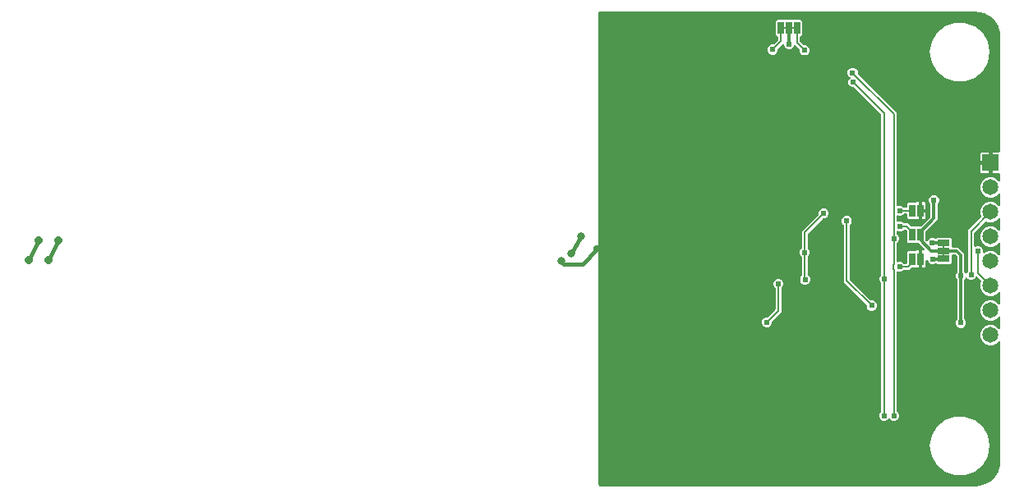
<source format=gbr>
G04 EAGLE Gerber RS-274X export*
G75*
%MOMM*%
%FSLAX34Y34*%
%LPD*%
%INBottom Copper*%
%IPPOS*%
%AMOC8*
5,1,8,0,0,1.08239X$1,22.5*%
G01*
%ADD10R,0.635000X1.270000*%
%ADD11C,0.203200*%
%ADD12R,1.270000X0.635000*%
%ADD13R,1.651000X1.651000*%
%ADD14C,1.651000*%
%ADD15C,0.804800*%
%ADD16C,0.704800*%
%ADD17C,0.609600*%
%ADD18C,0.406400*%
%ADD19P,0.871107X8X22.500000*%
%ADD20C,0.304800*%

G36*
X1079637Y5213D02*
X1079637Y5213D01*
X1079666Y5210D01*
X1082770Y5413D01*
X1082890Y5438D01*
X1082966Y5446D01*
X1088962Y7052D01*
X1089154Y7134D01*
X1089207Y7154D01*
X1094582Y10257D01*
X1094747Y10386D01*
X1094792Y10419D01*
X1099181Y14808D01*
X1099307Y14974D01*
X1099343Y15018D01*
X1102446Y20393D01*
X1102461Y20429D01*
X1102483Y20462D01*
X1102514Y20561D01*
X1102524Y20586D01*
X1102548Y20638D01*
X1104154Y26634D01*
X1104169Y26756D01*
X1104187Y26830D01*
X1104390Y29934D01*
X1104387Y29970D01*
X1104392Y30000D01*
X1104392Y153867D01*
X1104388Y153896D01*
X1104391Y153925D01*
X1104368Y154036D01*
X1104352Y154148D01*
X1104340Y154175D01*
X1104335Y154204D01*
X1104282Y154304D01*
X1104236Y154408D01*
X1104217Y154430D01*
X1104204Y154456D01*
X1104126Y154538D01*
X1104053Y154625D01*
X1104028Y154641D01*
X1104008Y154662D01*
X1103910Y154719D01*
X1103816Y154782D01*
X1103788Y154791D01*
X1103763Y154806D01*
X1103653Y154834D01*
X1103545Y154868D01*
X1103515Y154869D01*
X1103487Y154876D01*
X1103374Y154872D01*
X1103261Y154875D01*
X1103232Y154868D01*
X1103203Y154867D01*
X1103095Y154832D01*
X1102986Y154803D01*
X1102960Y154789D01*
X1102932Y154779D01*
X1102869Y154734D01*
X1102741Y154658D01*
X1102698Y154613D01*
X1102659Y154585D01*
X1100438Y152363D01*
X1096650Y150794D01*
X1092550Y150794D01*
X1088762Y152363D01*
X1085863Y155262D01*
X1084294Y159050D01*
X1084294Y163150D01*
X1085863Y166938D01*
X1088762Y169837D01*
X1092550Y171406D01*
X1096650Y171406D01*
X1100438Y169837D01*
X1102659Y167615D01*
X1102683Y167598D01*
X1102702Y167575D01*
X1102796Y167513D01*
X1102886Y167444D01*
X1102914Y167434D01*
X1102938Y167418D01*
X1103046Y167384D01*
X1103152Y167343D01*
X1103181Y167341D01*
X1103209Y167332D01*
X1103323Y167329D01*
X1103435Y167320D01*
X1103464Y167325D01*
X1103493Y167325D01*
X1103603Y167353D01*
X1103714Y167376D01*
X1103740Y167389D01*
X1103768Y167397D01*
X1103866Y167454D01*
X1103966Y167507D01*
X1103988Y167527D01*
X1104013Y167542D01*
X1104090Y167624D01*
X1104172Y167702D01*
X1104187Y167728D01*
X1104207Y167749D01*
X1104259Y167850D01*
X1104316Y167948D01*
X1104323Y167976D01*
X1104337Y168002D01*
X1104350Y168080D01*
X1104386Y168223D01*
X1104384Y168286D01*
X1104392Y168333D01*
X1104392Y179267D01*
X1104388Y179296D01*
X1104391Y179325D01*
X1104368Y179436D01*
X1104352Y179548D01*
X1104340Y179575D01*
X1104335Y179604D01*
X1104282Y179704D01*
X1104236Y179808D01*
X1104217Y179830D01*
X1104204Y179856D01*
X1104126Y179938D01*
X1104053Y180025D01*
X1104028Y180041D01*
X1104008Y180062D01*
X1103910Y180119D01*
X1103816Y180182D01*
X1103788Y180191D01*
X1103763Y180206D01*
X1103653Y180234D01*
X1103545Y180268D01*
X1103515Y180269D01*
X1103487Y180276D01*
X1103374Y180272D01*
X1103261Y180275D01*
X1103232Y180268D01*
X1103203Y180267D01*
X1103095Y180232D01*
X1102986Y180203D01*
X1102960Y180189D01*
X1102932Y180179D01*
X1102869Y180134D01*
X1102741Y180058D01*
X1102698Y180013D01*
X1102659Y179985D01*
X1100438Y177763D01*
X1096650Y176194D01*
X1092550Y176194D01*
X1088762Y177763D01*
X1085863Y180662D01*
X1084294Y184450D01*
X1084294Y188550D01*
X1085863Y192338D01*
X1088762Y195237D01*
X1092550Y196806D01*
X1096650Y196806D01*
X1100438Y195237D01*
X1102659Y193015D01*
X1102683Y192998D01*
X1102702Y192975D01*
X1102796Y192913D01*
X1102886Y192844D01*
X1102914Y192834D01*
X1102938Y192818D01*
X1103046Y192784D01*
X1103152Y192743D01*
X1103181Y192741D01*
X1103209Y192732D01*
X1103323Y192729D01*
X1103435Y192720D01*
X1103464Y192725D01*
X1103493Y192725D01*
X1103603Y192753D01*
X1103714Y192776D01*
X1103740Y192789D01*
X1103768Y192797D01*
X1103866Y192854D01*
X1103966Y192907D01*
X1103988Y192927D01*
X1104013Y192942D01*
X1104090Y193024D01*
X1104172Y193102D01*
X1104187Y193128D01*
X1104207Y193149D01*
X1104259Y193250D01*
X1104316Y193348D01*
X1104323Y193376D01*
X1104337Y193402D01*
X1104350Y193480D01*
X1104386Y193623D01*
X1104384Y193686D01*
X1104392Y193733D01*
X1104392Y204667D01*
X1104388Y204696D01*
X1104391Y204725D01*
X1104368Y204836D01*
X1104352Y204948D01*
X1104340Y204975D01*
X1104335Y205004D01*
X1104282Y205104D01*
X1104236Y205208D01*
X1104217Y205230D01*
X1104204Y205256D01*
X1104126Y205338D01*
X1104053Y205425D01*
X1104028Y205441D01*
X1104008Y205462D01*
X1103910Y205519D01*
X1103816Y205582D01*
X1103788Y205591D01*
X1103763Y205606D01*
X1103653Y205634D01*
X1103545Y205668D01*
X1103515Y205669D01*
X1103487Y205676D01*
X1103374Y205672D01*
X1103261Y205675D01*
X1103232Y205668D01*
X1103203Y205667D01*
X1103095Y205632D01*
X1102986Y205603D01*
X1102960Y205589D01*
X1102932Y205579D01*
X1102869Y205534D01*
X1102741Y205458D01*
X1102698Y205413D01*
X1102659Y205385D01*
X1100438Y203163D01*
X1096650Y201594D01*
X1092550Y201594D01*
X1088762Y203163D01*
X1085863Y206062D01*
X1084294Y209850D01*
X1084294Y213950D01*
X1085182Y216094D01*
X1085183Y216096D01*
X1085184Y216097D01*
X1085218Y216231D01*
X1085253Y216370D01*
X1085253Y216371D01*
X1085254Y216373D01*
X1085249Y216513D01*
X1085245Y216654D01*
X1085245Y216655D01*
X1085245Y216657D01*
X1085202Y216790D01*
X1085159Y216924D01*
X1085158Y216926D01*
X1085157Y216927D01*
X1085149Y216939D01*
X1085000Y217161D01*
X1084977Y217180D01*
X1084962Y217201D01*
X1080962Y221201D01*
X1080878Y221264D01*
X1080871Y221271D01*
X1080866Y221273D01*
X1080782Y221344D01*
X1080757Y221355D01*
X1080735Y221372D01*
X1080628Y221413D01*
X1080523Y221459D01*
X1080495Y221463D01*
X1080469Y221473D01*
X1080355Y221483D01*
X1080241Y221498D01*
X1080214Y221494D01*
X1080186Y221497D01*
X1080073Y221474D01*
X1079960Y221458D01*
X1079934Y221446D01*
X1079907Y221441D01*
X1079805Y221388D01*
X1079701Y221340D01*
X1079679Y221322D01*
X1079655Y221310D01*
X1079572Y221231D01*
X1079484Y221156D01*
X1079471Y221135D01*
X1079449Y221114D01*
X1079314Y220884D01*
X1079313Y220883D01*
X1079311Y220880D01*
X1079311Y220879D01*
X1079306Y220872D01*
X1078997Y220124D01*
X1077562Y218690D01*
X1075688Y217913D01*
X1073660Y217913D01*
X1071786Y218689D01*
X1070293Y220182D01*
X1070210Y220245D01*
X1070198Y220256D01*
X1070192Y220259D01*
X1070113Y220325D01*
X1070088Y220337D01*
X1070066Y220353D01*
X1069958Y220394D01*
X1069854Y220441D01*
X1069826Y220445D01*
X1069800Y220454D01*
X1069686Y220464D01*
X1069572Y220480D01*
X1069544Y220476D01*
X1069517Y220478D01*
X1069404Y220455D01*
X1069291Y220439D01*
X1069265Y220428D01*
X1069238Y220422D01*
X1069136Y220369D01*
X1069032Y220322D01*
X1069010Y220304D01*
X1068986Y220291D01*
X1068902Y220212D01*
X1068815Y220138D01*
X1068802Y220116D01*
X1068780Y220095D01*
X1068651Y219875D01*
X1068643Y219864D01*
X1068643Y219862D01*
X1068637Y219853D01*
X1068328Y219108D01*
X1067878Y218657D01*
X1067826Y218588D01*
X1067766Y218524D01*
X1067740Y218474D01*
X1067707Y218430D01*
X1067676Y218348D01*
X1067636Y218271D01*
X1067628Y218223D01*
X1067606Y218165D01*
X1067594Y218017D01*
X1067581Y217939D01*
X1067581Y177793D01*
X1067589Y177736D01*
X1067587Y177684D01*
X1067595Y177657D01*
X1067596Y177618D01*
X1067613Y177566D01*
X1067621Y177511D01*
X1067649Y177447D01*
X1067659Y177409D01*
X1067669Y177393D01*
X1067683Y177348D01*
X1067711Y177309D01*
X1067737Y177252D01*
X1067790Y177189D01*
X1067804Y177164D01*
X1067834Y177137D01*
X1067878Y177075D01*
X1068328Y176624D01*
X1069105Y174750D01*
X1069105Y172722D01*
X1068328Y170848D01*
X1066894Y169414D01*
X1065020Y168637D01*
X1062992Y168637D01*
X1061118Y169414D01*
X1059684Y170848D01*
X1058907Y172722D01*
X1058907Y174750D01*
X1059684Y176624D01*
X1060134Y177075D01*
X1060167Y177119D01*
X1060174Y177125D01*
X1060189Y177147D01*
X1060246Y177208D01*
X1060272Y177258D01*
X1060305Y177302D01*
X1060322Y177347D01*
X1060332Y177361D01*
X1060343Y177397D01*
X1060376Y177461D01*
X1060384Y177509D01*
X1060406Y177567D01*
X1060409Y177607D01*
X1060417Y177632D01*
X1060420Y177723D01*
X1060431Y177793D01*
X1060431Y217939D01*
X1060419Y218026D01*
X1060416Y218114D01*
X1060399Y218166D01*
X1060391Y218221D01*
X1060356Y218301D01*
X1060329Y218384D01*
X1060301Y218423D01*
X1060275Y218480D01*
X1060179Y218594D01*
X1060134Y218657D01*
X1059684Y219108D01*
X1058907Y220982D01*
X1058907Y223010D01*
X1059684Y224884D01*
X1060134Y225335D01*
X1060186Y225404D01*
X1060246Y225468D01*
X1060272Y225518D01*
X1060305Y225562D01*
X1060336Y225644D01*
X1060376Y225721D01*
X1060384Y225769D01*
X1060406Y225827D01*
X1060418Y225975D01*
X1060431Y226053D01*
X1060431Y241939D01*
X1060419Y242025D01*
X1060416Y242113D01*
X1060399Y242165D01*
X1060391Y242220D01*
X1060356Y242300D01*
X1060329Y242383D01*
X1060301Y242423D01*
X1060275Y242480D01*
X1060179Y242593D01*
X1060134Y242657D01*
X1058759Y244032D01*
X1058689Y244084D01*
X1058625Y244144D01*
X1058576Y244170D01*
X1058531Y244203D01*
X1058450Y244234D01*
X1058372Y244274D01*
X1058324Y244282D01*
X1058266Y244304D01*
X1058118Y244316D01*
X1058041Y244329D01*
X1055896Y244329D01*
X1055838Y244321D01*
X1055780Y244323D01*
X1055698Y244301D01*
X1055614Y244289D01*
X1055561Y244266D01*
X1055505Y244251D01*
X1055432Y244208D01*
X1055355Y244173D01*
X1055310Y244135D01*
X1055260Y244106D01*
X1055202Y244044D01*
X1055138Y243990D01*
X1055106Y243941D01*
X1055066Y243898D01*
X1055027Y243823D01*
X1054980Y243753D01*
X1054963Y243697D01*
X1054936Y243645D01*
X1054925Y243577D01*
X1054895Y243482D01*
X1054892Y243382D01*
X1054881Y243314D01*
X1054881Y235752D01*
X1053679Y234550D01*
X1039281Y234550D01*
X1039003Y234828D01*
X1038956Y234864D01*
X1038915Y234906D01*
X1038843Y234949D01*
X1038775Y234999D01*
X1038721Y235020D01*
X1038670Y235050D01*
X1038588Y235070D01*
X1038510Y235100D01*
X1038451Y235105D01*
X1038394Y235120D01*
X1038310Y235117D01*
X1038227Y235124D01*
X1038169Y235112D01*
X1038110Y235110D01*
X1038030Y235084D01*
X1037948Y235068D01*
X1037896Y235041D01*
X1037840Y235023D01*
X1037797Y234992D01*
X1035810Y234169D01*
X1033782Y234169D01*
X1031908Y234946D01*
X1030473Y236380D01*
X1029765Y238090D01*
X1029765Y238091D01*
X1029743Y238127D01*
X1029721Y238164D01*
X1029686Y238243D01*
X1029649Y238286D01*
X1029620Y238335D01*
X1029558Y238394D01*
X1029502Y238460D01*
X1029455Y238491D01*
X1029414Y238530D01*
X1029337Y238570D01*
X1029266Y238617D01*
X1029212Y238635D01*
X1029161Y238661D01*
X1029077Y238677D01*
X1028995Y238703D01*
X1028938Y238705D01*
X1028882Y238716D01*
X1028844Y238712D01*
X1028828Y238715D01*
X1028827Y238715D01*
X1028781Y238709D01*
X1028711Y238711D01*
X1028655Y238696D01*
X1028599Y238691D01*
X1028565Y238678D01*
X1028545Y238675D01*
X1028503Y238656D01*
X1028436Y238639D01*
X1028387Y238610D01*
X1028334Y238589D01*
X1028305Y238568D01*
X1028286Y238559D01*
X1028249Y238528D01*
X1028191Y238493D01*
X1028152Y238452D01*
X1028107Y238418D01*
X1028086Y238390D01*
X1028069Y238375D01*
X1028041Y238334D01*
X1027997Y238286D01*
X1027971Y238235D01*
X1027937Y238190D01*
X1027925Y238159D01*
X1027911Y238139D01*
X1027896Y238088D01*
X1027867Y238033D01*
X1027859Y237984D01*
X1027836Y237924D01*
X1027834Y237893D01*
X1027826Y237868D01*
X1027823Y237771D01*
X1027812Y237702D01*
X1027812Y232838D01*
X1027639Y232191D01*
X1027304Y231612D01*
X1026831Y231139D01*
X1026252Y230804D01*
X1025605Y230631D01*
X1023683Y230631D01*
X1023683Y238950D01*
X1023675Y239008D01*
X1023676Y239067D01*
X1023655Y239148D01*
X1023643Y239232D01*
X1023619Y239285D01*
X1023604Y239342D01*
X1023561Y239414D01*
X1023527Y239491D01*
X1023503Y239519D01*
X1023536Y239585D01*
X1023583Y239655D01*
X1023601Y239711D01*
X1023627Y239763D01*
X1023639Y239831D01*
X1023669Y239926D01*
X1023671Y240026D01*
X1023683Y240094D01*
X1023683Y248413D01*
X1025511Y248413D01*
X1025540Y248417D01*
X1025569Y248414D01*
X1025680Y248437D01*
X1025792Y248453D01*
X1025819Y248465D01*
X1025848Y248470D01*
X1025948Y248522D01*
X1026052Y248569D01*
X1026074Y248588D01*
X1026100Y248601D01*
X1026182Y248679D01*
X1026269Y248752D01*
X1026285Y248777D01*
X1026306Y248797D01*
X1026363Y248895D01*
X1026426Y248989D01*
X1026435Y249017D01*
X1026450Y249042D01*
X1026478Y249152D01*
X1026512Y249260D01*
X1026513Y249290D01*
X1026520Y249318D01*
X1026516Y249431D01*
X1026519Y249544D01*
X1026512Y249573D01*
X1026511Y249602D01*
X1026476Y249710D01*
X1026448Y249819D01*
X1026433Y249845D01*
X1026424Y249873D01*
X1026378Y249936D01*
X1026302Y250064D01*
X1026257Y250107D01*
X1026229Y250146D01*
X1020405Y255970D01*
X1020335Y256022D01*
X1020271Y256082D01*
X1020222Y256108D01*
X1020177Y256141D01*
X1020096Y256172D01*
X1020018Y256212D01*
X1019970Y256220D01*
X1019912Y256242D01*
X1019764Y256254D01*
X1019687Y256267D01*
X1009944Y256267D01*
X1008742Y257469D01*
X1008742Y267930D01*
X1008730Y268017D01*
X1008727Y268104D01*
X1008710Y268157D01*
X1008702Y268212D01*
X1008667Y268291D01*
X1008640Y268375D01*
X1008612Y268414D01*
X1008586Y268471D01*
X1008490Y268584D01*
X1008445Y268648D01*
X1007153Y269940D01*
X1007083Y269992D01*
X1007019Y270052D01*
X1006970Y270078D01*
X1006926Y270111D01*
X1006844Y270142D01*
X1006766Y270182D01*
X1006719Y270190D01*
X1006660Y270212D01*
X1006513Y270224D01*
X1006435Y270237D01*
X1005833Y270237D01*
X1005746Y270225D01*
X1005658Y270222D01*
X1005606Y270205D01*
X1005551Y270197D01*
X1005471Y270162D01*
X1005388Y270135D01*
X1005349Y270107D01*
X1005292Y270081D01*
X1005178Y269985D01*
X1005115Y269940D01*
X1004156Y268982D01*
X1002282Y268205D01*
X1000254Y268205D01*
X999389Y268564D01*
X999277Y268592D01*
X999168Y268627D01*
X999140Y268628D01*
X999113Y268635D01*
X998999Y268631D01*
X998884Y268634D01*
X998857Y268627D01*
X998829Y268626D01*
X998720Y268592D01*
X998609Y268562D01*
X998585Y268548D01*
X998558Y268540D01*
X998463Y268476D01*
X998364Y268417D01*
X998345Y268397D01*
X998322Y268382D01*
X998248Y268294D01*
X998170Y268210D01*
X998157Y268185D01*
X998139Y268164D01*
X998092Y268059D01*
X998040Y267957D01*
X998036Y267932D01*
X998024Y267904D01*
X997987Y267640D01*
X997985Y267626D01*
X997985Y265169D01*
X997997Y265082D01*
X998000Y264994D01*
X998017Y264942D01*
X998025Y264887D01*
X998060Y264807D01*
X998087Y264724D01*
X998115Y264685D01*
X998141Y264628D01*
X998237Y264514D01*
X998282Y264451D01*
X999240Y263492D01*
X1000017Y261618D01*
X1000017Y259590D01*
X999240Y257716D01*
X998282Y256757D01*
X998230Y256688D01*
X998170Y256624D01*
X998144Y256574D01*
X998111Y256530D01*
X998080Y256448D01*
X998040Y256371D01*
X998032Y256323D01*
X998010Y256265D01*
X998000Y256147D01*
X997999Y256142D01*
X997998Y256123D01*
X997998Y256117D01*
X997985Y256039D01*
X997985Y237357D01*
X998001Y237243D01*
X998011Y237129D01*
X998021Y237103D01*
X998025Y237076D01*
X998071Y236971D01*
X998113Y236864D01*
X998130Y236841D01*
X998141Y236816D01*
X998215Y236728D01*
X998284Y236637D01*
X998307Y236620D01*
X998324Y236599D01*
X998420Y236535D01*
X998512Y236467D01*
X998538Y236457D01*
X998561Y236442D01*
X998671Y236407D01*
X998778Y236366D01*
X998806Y236364D01*
X998832Y236356D01*
X998947Y236353D01*
X999061Y236344D01*
X999086Y236349D01*
X999116Y236349D01*
X999374Y236416D01*
X999389Y236419D01*
X999873Y236620D01*
X1001901Y236620D01*
X1003775Y235844D01*
X1004734Y234885D01*
X1004803Y234833D01*
X1004867Y234773D01*
X1004917Y234747D01*
X1004961Y234714D01*
X1005043Y234683D01*
X1005120Y234643D01*
X1005168Y234635D01*
X1005226Y234613D01*
X1005374Y234601D01*
X1005451Y234588D01*
X1007578Y234588D01*
X1007665Y234600D01*
X1007752Y234603D01*
X1007805Y234620D01*
X1007860Y234628D01*
X1007939Y234663D01*
X1008023Y234690D01*
X1008062Y234718D01*
X1008119Y234744D01*
X1008232Y234839D01*
X1008296Y234885D01*
X1008445Y235034D01*
X1008497Y235104D01*
X1008557Y235168D01*
X1008583Y235217D01*
X1008616Y235261D01*
X1008647Y235343D01*
X1008687Y235421D01*
X1008695Y235468D01*
X1008717Y235527D01*
X1008729Y235675D01*
X1008742Y235752D01*
X1008742Y246721D01*
X1009944Y247923D01*
X1017119Y247923D01*
X1017216Y247936D01*
X1017313Y247941D01*
X1017350Y247955D01*
X1017401Y247963D01*
X1017558Y248033D01*
X1017627Y248059D01*
X1017940Y248240D01*
X1018587Y248413D01*
X1020509Y248413D01*
X1020509Y240094D01*
X1020517Y240036D01*
X1020516Y239977D01*
X1020537Y239896D01*
X1020549Y239812D01*
X1020573Y239759D01*
X1020588Y239702D01*
X1020631Y239630D01*
X1020665Y239553D01*
X1020689Y239525D01*
X1020656Y239459D01*
X1020609Y239389D01*
X1020591Y239333D01*
X1020565Y239281D01*
X1020553Y239213D01*
X1020523Y239118D01*
X1020521Y239018D01*
X1020509Y238950D01*
X1020509Y230631D01*
X1018587Y230631D01*
X1017940Y230804D01*
X1017627Y230985D01*
X1017537Y231022D01*
X1017451Y231066D01*
X1017411Y231072D01*
X1017363Y231092D01*
X1017192Y231109D01*
X1017119Y231121D01*
X1013627Y231121D01*
X1013540Y231109D01*
X1013453Y231106D01*
X1013400Y231089D01*
X1013345Y231081D01*
X1013265Y231046D01*
X1013182Y231019D01*
X1013143Y230991D01*
X1013086Y230965D01*
X1012973Y230869D01*
X1012909Y230824D01*
X1010539Y228454D01*
X1005451Y228454D01*
X1005365Y228442D01*
X1005277Y228439D01*
X1005225Y228422D01*
X1005170Y228414D01*
X1005090Y228379D01*
X1005007Y228352D01*
X1004968Y228324D01*
X1004911Y228298D01*
X1004797Y228202D01*
X1004734Y228157D01*
X1003775Y227198D01*
X1001901Y226422D01*
X999873Y226422D01*
X999389Y226623D01*
X999278Y226651D01*
X999168Y226686D01*
X999140Y226687D01*
X999113Y226694D01*
X998999Y226691D01*
X998884Y226693D01*
X998857Y226686D01*
X998829Y226686D01*
X998720Y226651D01*
X998609Y226622D01*
X998585Y226608D01*
X998558Y226599D01*
X998463Y226535D01*
X998364Y226476D01*
X998345Y226456D01*
X998322Y226441D01*
X998248Y226353D01*
X998170Y226269D01*
X998157Y226244D01*
X998139Y226223D01*
X998092Y226118D01*
X998040Y226016D01*
X998036Y225991D01*
X998024Y225963D01*
X997987Y225699D01*
X997985Y225685D01*
X997985Y82289D01*
X997997Y82202D01*
X998000Y82114D01*
X998017Y82062D01*
X998025Y82007D01*
X998060Y81927D01*
X998087Y81844D01*
X998115Y81805D01*
X998141Y81748D01*
X998237Y81634D01*
X998282Y81571D01*
X999240Y80612D01*
X1000017Y78738D01*
X1000017Y76710D01*
X999240Y74836D01*
X997806Y73402D01*
X995932Y72625D01*
X993904Y72625D01*
X992030Y73402D01*
X990683Y74748D01*
X990636Y74783D01*
X990596Y74826D01*
X990523Y74869D01*
X990456Y74919D01*
X990401Y74940D01*
X990351Y74970D01*
X990269Y74990D01*
X990190Y75021D01*
X990132Y75025D01*
X990075Y75040D01*
X989991Y75037D01*
X989907Y75044D01*
X989849Y75033D01*
X989791Y75031D01*
X989711Y75005D01*
X989628Y74988D01*
X989576Y74961D01*
X989520Y74943D01*
X989464Y74903D01*
X989376Y74857D01*
X989303Y74789D01*
X989247Y74748D01*
X987900Y73401D01*
X986026Y72625D01*
X983998Y72625D01*
X982124Y73402D01*
X980690Y74836D01*
X979913Y76710D01*
X979913Y78738D01*
X980690Y80612D01*
X981648Y81571D01*
X981700Y81640D01*
X981760Y81704D01*
X981786Y81754D01*
X981819Y81798D01*
X981850Y81880D01*
X981890Y81957D01*
X981898Y82005D01*
X981920Y82063D01*
X981931Y82199D01*
X981932Y82211D01*
X981945Y82289D01*
X981945Y214383D01*
X981938Y214436D01*
X981939Y214466D01*
X981932Y214489D01*
X981930Y214558D01*
X981913Y214610D01*
X981905Y214665D01*
X981870Y214745D01*
X981843Y214828D01*
X981815Y214867D01*
X981789Y214924D01*
X981693Y215038D01*
X981648Y215101D01*
X980690Y216060D01*
X979913Y217934D01*
X979913Y219962D01*
X980690Y221836D01*
X981648Y222795D01*
X981657Y222807D01*
X981662Y222811D01*
X981675Y222831D01*
X981700Y222864D01*
X981760Y222928D01*
X981786Y222978D01*
X981819Y223022D01*
X981850Y223104D01*
X981890Y223181D01*
X981898Y223229D01*
X981920Y223287D01*
X981932Y223435D01*
X981945Y223513D01*
X981945Y388453D01*
X981933Y388540D01*
X981930Y388627D01*
X981913Y388680D01*
X981905Y388735D01*
X981870Y388814D01*
X981843Y388898D01*
X981815Y388937D01*
X981789Y388994D01*
X981693Y389107D01*
X981648Y389171D01*
X954321Y416498D01*
X954251Y416550D01*
X954187Y416610D01*
X954138Y416636D01*
X954094Y416669D01*
X954012Y416700D01*
X953934Y416740D01*
X953887Y416748D01*
X953828Y416770D01*
X953681Y416782D01*
X953603Y416795D01*
X952248Y416795D01*
X950374Y417572D01*
X948940Y419006D01*
X948163Y420880D01*
X948163Y422908D01*
X948939Y424782D01*
X949968Y425811D01*
X950037Y425902D01*
X950111Y425990D01*
X950122Y426016D01*
X950139Y426038D01*
X950180Y426145D01*
X950226Y426250D01*
X950230Y426277D01*
X950240Y426303D01*
X950250Y426418D01*
X950265Y426532D01*
X950261Y426559D01*
X950264Y426587D01*
X950241Y426699D01*
X950225Y426813D01*
X950213Y426838D01*
X950208Y426865D01*
X950155Y426968D01*
X950107Y427072D01*
X950090Y427093D01*
X950077Y427118D01*
X949998Y427201D01*
X949923Y427288D01*
X949902Y427302D01*
X949881Y427324D01*
X949827Y427356D01*
X949815Y427367D01*
X949758Y427396D01*
X949652Y427458D01*
X949639Y427466D01*
X949612Y427478D01*
X948178Y428912D01*
X947401Y430786D01*
X947401Y432814D01*
X948178Y434688D01*
X949612Y436122D01*
X951486Y436899D01*
X953514Y436899D01*
X955388Y436122D01*
X956822Y434688D01*
X957599Y432814D01*
X957599Y431459D01*
X957611Y431372D01*
X957614Y431285D01*
X957631Y431232D01*
X957639Y431177D01*
X957674Y431098D01*
X957701Y431014D01*
X957729Y430975D01*
X957755Y430918D01*
X957851Y430805D01*
X957896Y430741D01*
X997985Y390652D01*
X997985Y295336D01*
X998001Y295222D01*
X998011Y295108D01*
X998021Y295082D01*
X998025Y295055D01*
X998072Y294950D01*
X998113Y294843D01*
X998129Y294820D01*
X998141Y294795D01*
X998215Y294707D01*
X998284Y294616D01*
X998307Y294599D01*
X998324Y294578D01*
X998420Y294514D01*
X998512Y294446D01*
X998538Y294436D01*
X998561Y294421D01*
X998671Y294386D01*
X998778Y294345D01*
X998806Y294343D01*
X998832Y294335D01*
X998947Y294332D01*
X999061Y294323D01*
X999086Y294328D01*
X999116Y294327D01*
X999373Y294394D01*
X999389Y294398D01*
X1000018Y294659D01*
X1002046Y294659D01*
X1003920Y293883D01*
X1004879Y292924D01*
X1004948Y292872D01*
X1005012Y292812D01*
X1005062Y292786D01*
X1005106Y292753D01*
X1005188Y292722D01*
X1005265Y292682D01*
X1005313Y292674D01*
X1005371Y292652D01*
X1005519Y292640D01*
X1005596Y292627D01*
X1007727Y292627D01*
X1007785Y292635D01*
X1007843Y292633D01*
X1007925Y292655D01*
X1008009Y292667D01*
X1008062Y292690D01*
X1008118Y292705D01*
X1008191Y292748D01*
X1008268Y292783D01*
X1008313Y292821D01*
X1008363Y292850D01*
X1008421Y292912D01*
X1008485Y292966D01*
X1008517Y293015D01*
X1008557Y293058D01*
X1008596Y293133D01*
X1008643Y293203D01*
X1008660Y293259D01*
X1008687Y293311D01*
X1008698Y293379D01*
X1008728Y293474D01*
X1008731Y293574D01*
X1008742Y293642D01*
X1008742Y296759D01*
X1009944Y297961D01*
X1017119Y297961D01*
X1017216Y297974D01*
X1017313Y297979D01*
X1017350Y297993D01*
X1017401Y298001D01*
X1017558Y298071D01*
X1017627Y298097D01*
X1017940Y298278D01*
X1018587Y298451D01*
X1020509Y298451D01*
X1020509Y290132D01*
X1020517Y290074D01*
X1020516Y290015D01*
X1020537Y289934D01*
X1020549Y289850D01*
X1020573Y289797D01*
X1020588Y289740D01*
X1020631Y289668D01*
X1020665Y289591D01*
X1020689Y289563D01*
X1020656Y289497D01*
X1020609Y289427D01*
X1020591Y289371D01*
X1020565Y289319D01*
X1020553Y289251D01*
X1020523Y289156D01*
X1020521Y289056D01*
X1020509Y288988D01*
X1020509Y280669D01*
X1018587Y280669D01*
X1017940Y280842D01*
X1017627Y281023D01*
X1017537Y281060D01*
X1017451Y281104D01*
X1017411Y281110D01*
X1017363Y281130D01*
X1017192Y281147D01*
X1017119Y281159D01*
X1009944Y281159D01*
X1008742Y282361D01*
X1008742Y285478D01*
X1008735Y285526D01*
X1008736Y285533D01*
X1008734Y285539D01*
X1008736Y285594D01*
X1008714Y285676D01*
X1008702Y285760D01*
X1008679Y285813D01*
X1008664Y285869D01*
X1008621Y285942D01*
X1008586Y286019D01*
X1008548Y286064D01*
X1008519Y286114D01*
X1008457Y286172D01*
X1008403Y286236D01*
X1008354Y286268D01*
X1008311Y286308D01*
X1008236Y286347D01*
X1008166Y286394D01*
X1008110Y286411D01*
X1008058Y286438D01*
X1007990Y286449D01*
X1007895Y286479D01*
X1007795Y286482D01*
X1007727Y286493D01*
X1005596Y286493D01*
X1005510Y286481D01*
X1005422Y286478D01*
X1005370Y286461D01*
X1005315Y286453D01*
X1005235Y286418D01*
X1005152Y286391D01*
X1005113Y286363D01*
X1005056Y286337D01*
X1004942Y286241D01*
X1004879Y286196D01*
X1003920Y285237D01*
X1002046Y284461D01*
X1000018Y284461D01*
X999389Y284722D01*
X999277Y284751D01*
X999168Y284785D01*
X999140Y284786D01*
X999113Y284793D01*
X998999Y284790D01*
X998884Y284793D01*
X998857Y284786D01*
X998829Y284785D01*
X998720Y284750D01*
X998609Y284721D01*
X998585Y284707D01*
X998558Y284698D01*
X998463Y284634D01*
X998364Y284575D01*
X998345Y284555D01*
X998322Y284540D01*
X998248Y284452D01*
X998170Y284368D01*
X998157Y284343D01*
X998139Y284322D01*
X998092Y284217D01*
X998040Y284115D01*
X998036Y284090D01*
X998024Y284062D01*
X997987Y283799D01*
X997985Y283784D01*
X997985Y278982D01*
X998001Y278869D01*
X998011Y278754D01*
X998021Y278728D01*
X998025Y278701D01*
X998072Y278596D01*
X998113Y278489D01*
X998129Y278467D01*
X998141Y278441D01*
X998215Y278354D01*
X998284Y278262D01*
X998307Y278246D01*
X998324Y278224D01*
X998420Y278161D01*
X998512Y278092D01*
X998538Y278082D01*
X998561Y278067D01*
X998671Y278032D01*
X998778Y277992D01*
X998806Y277989D01*
X998832Y277981D01*
X998947Y277978D01*
X999061Y277969D01*
X999086Y277974D01*
X999116Y277974D01*
X999373Y278041D01*
X999389Y278044D01*
X1000254Y278403D01*
X1002282Y278403D01*
X1004156Y277626D01*
X1005115Y276668D01*
X1005184Y276616D01*
X1005248Y276556D01*
X1005298Y276530D01*
X1005342Y276497D01*
X1005424Y276466D01*
X1005501Y276426D01*
X1005549Y276418D01*
X1005607Y276396D01*
X1005755Y276384D01*
X1005833Y276371D01*
X1009396Y276371D01*
X1012401Y273366D01*
X1012471Y273314D01*
X1012535Y273254D01*
X1012584Y273228D01*
X1012628Y273195D01*
X1012710Y273164D01*
X1012788Y273124D01*
X1012835Y273116D01*
X1012894Y273094D01*
X1013041Y273082D01*
X1013119Y273069D01*
X1022227Y273069D01*
X1022313Y273081D01*
X1022401Y273084D01*
X1022453Y273101D01*
X1022508Y273109D01*
X1022588Y273144D01*
X1022671Y273171D01*
X1022711Y273199D01*
X1022768Y273225D01*
X1022881Y273321D01*
X1022945Y273366D01*
X1032448Y282869D01*
X1032500Y282939D01*
X1032560Y283003D01*
X1032586Y283052D01*
X1032619Y283097D01*
X1032650Y283178D01*
X1032690Y283256D01*
X1032698Y283304D01*
X1032720Y283362D01*
X1032732Y283510D01*
X1032745Y283587D01*
X1032745Y296171D01*
X1032733Y296258D01*
X1032730Y296346D01*
X1032713Y296398D01*
X1032705Y296453D01*
X1032670Y296533D01*
X1032643Y296616D01*
X1032615Y296655D01*
X1032589Y296712D01*
X1032493Y296826D01*
X1032448Y296889D01*
X1031998Y297340D01*
X1031221Y299214D01*
X1031221Y301242D01*
X1031998Y303116D01*
X1033432Y304550D01*
X1035306Y305327D01*
X1037334Y305327D01*
X1039208Y304550D01*
X1040642Y303116D01*
X1041419Y301242D01*
X1041419Y299214D01*
X1040642Y297340D01*
X1040192Y296889D01*
X1040140Y296820D01*
X1040080Y296756D01*
X1040054Y296706D01*
X1040021Y296662D01*
X1039990Y296580D01*
X1039950Y296503D01*
X1039942Y296455D01*
X1039920Y296397D01*
X1039908Y296249D01*
X1039895Y296171D01*
X1039895Y280205D01*
X1027619Y267930D01*
X1027567Y267860D01*
X1027507Y267796D01*
X1027481Y267747D01*
X1027448Y267702D01*
X1027417Y267621D01*
X1027377Y267543D01*
X1027369Y267495D01*
X1027347Y267437D01*
X1027337Y267313D01*
X1027336Y267310D01*
X1027335Y267297D01*
X1027335Y267289D01*
X1027322Y267212D01*
X1027322Y259584D01*
X1027334Y259498D01*
X1027337Y259410D01*
X1027354Y259358D01*
X1027362Y259303D01*
X1027397Y259223D01*
X1027424Y259140D01*
X1027452Y259100D01*
X1027478Y259043D01*
X1027574Y258930D01*
X1027619Y258866D01*
X1028293Y258192D01*
X1028385Y258123D01*
X1028473Y258049D01*
X1028498Y258038D01*
X1028520Y258021D01*
X1028628Y257980D01*
X1028733Y257934D01*
X1028760Y257930D01*
X1028786Y257920D01*
X1028901Y257910D01*
X1029014Y257895D01*
X1029042Y257899D01*
X1029069Y257896D01*
X1029182Y257919D01*
X1029296Y257935D01*
X1029321Y257947D01*
X1029348Y257952D01*
X1029450Y258005D01*
X1029555Y258053D01*
X1029576Y258070D01*
X1029600Y258083D01*
X1029684Y258162D01*
X1029771Y258237D01*
X1029784Y258258D01*
X1029807Y258279D01*
X1029941Y258509D01*
X1029949Y258522D01*
X1030219Y259174D01*
X1031654Y260608D01*
X1033528Y261385D01*
X1035556Y261385D01*
X1037516Y260573D01*
X1037540Y260555D01*
X1037594Y260534D01*
X1037645Y260505D01*
X1037727Y260484D01*
X1037805Y260454D01*
X1037864Y260449D01*
X1037921Y260434D01*
X1038005Y260437D01*
X1038088Y260430D01*
X1038146Y260442D01*
X1038205Y260443D01*
X1038285Y260469D01*
X1038367Y260486D01*
X1038419Y260513D01*
X1038475Y260531D01*
X1038531Y260571D01*
X1038620Y260617D01*
X1038692Y260686D01*
X1038749Y260726D01*
X1039281Y261258D01*
X1053679Y261258D01*
X1054881Y260056D01*
X1054881Y252494D01*
X1054889Y252436D01*
X1054887Y252378D01*
X1054909Y252296D01*
X1054921Y252212D01*
X1054944Y252159D01*
X1054959Y252103D01*
X1055002Y252030D01*
X1055037Y251953D01*
X1055075Y251908D01*
X1055104Y251858D01*
X1055166Y251800D01*
X1055220Y251736D01*
X1055269Y251704D01*
X1055312Y251664D01*
X1055387Y251625D01*
X1055457Y251578D01*
X1055513Y251561D01*
X1055565Y251534D01*
X1055633Y251523D01*
X1055728Y251493D01*
X1055828Y251490D01*
X1055896Y251479D01*
X1061423Y251479D01*
X1067581Y245321D01*
X1067581Y226053D01*
X1067593Y225966D01*
X1067596Y225879D01*
X1067613Y225826D01*
X1067621Y225771D01*
X1067656Y225691D01*
X1067683Y225608D01*
X1067711Y225569D01*
X1067737Y225512D01*
X1067833Y225399D01*
X1067878Y225335D01*
X1068387Y224826D01*
X1068479Y224757D01*
X1068567Y224683D01*
X1068592Y224671D01*
X1068614Y224655D01*
X1068722Y224614D01*
X1068826Y224567D01*
X1068854Y224563D01*
X1068880Y224554D01*
X1068995Y224544D01*
X1069108Y224528D01*
X1069135Y224532D01*
X1069163Y224530D01*
X1069276Y224553D01*
X1069389Y224569D01*
X1069415Y224580D01*
X1069442Y224586D01*
X1069544Y224639D01*
X1069648Y224686D01*
X1069670Y224704D01*
X1069694Y224717D01*
X1069778Y224796D01*
X1069865Y224870D01*
X1069878Y224892D01*
X1069900Y224913D01*
X1070035Y225143D01*
X1070043Y225155D01*
X1070352Y225900D01*
X1071310Y226859D01*
X1071318Y226870D01*
X1071321Y226872D01*
X1071328Y226883D01*
X1071362Y226928D01*
X1071422Y226992D01*
X1071448Y227042D01*
X1071481Y227086D01*
X1071512Y227168D01*
X1071552Y227245D01*
X1071560Y227293D01*
X1071582Y227351D01*
X1071594Y227499D01*
X1071607Y227577D01*
X1071607Y269444D01*
X1084962Y282799D01*
X1084963Y282801D01*
X1084965Y282802D01*
X1085044Y282908D01*
X1085133Y283027D01*
X1085134Y283028D01*
X1085135Y283029D01*
X1085185Y283161D01*
X1085234Y283292D01*
X1085235Y283294D01*
X1085235Y283295D01*
X1085247Y283437D01*
X1085258Y283576D01*
X1085258Y283577D01*
X1085258Y283579D01*
X1085254Y283594D01*
X1085202Y283854D01*
X1085188Y283881D01*
X1085182Y283906D01*
X1084294Y286050D01*
X1084294Y290150D01*
X1085863Y293938D01*
X1088762Y296837D01*
X1092550Y298406D01*
X1096650Y298406D01*
X1100438Y296837D01*
X1102659Y294615D01*
X1102683Y294598D01*
X1102702Y294575D01*
X1102796Y294513D01*
X1102886Y294444D01*
X1102914Y294434D01*
X1102938Y294418D01*
X1103046Y294384D01*
X1103152Y294343D01*
X1103181Y294341D01*
X1103209Y294332D01*
X1103323Y294329D01*
X1103435Y294320D01*
X1103464Y294325D01*
X1103493Y294325D01*
X1103603Y294353D01*
X1103714Y294376D01*
X1103740Y294389D01*
X1103768Y294397D01*
X1103866Y294454D01*
X1103966Y294507D01*
X1103988Y294527D01*
X1104013Y294542D01*
X1104090Y294624D01*
X1104172Y294702D01*
X1104187Y294728D01*
X1104207Y294749D01*
X1104259Y294850D01*
X1104316Y294948D01*
X1104323Y294976D01*
X1104337Y295002D01*
X1104350Y295080D01*
X1104386Y295223D01*
X1104384Y295286D01*
X1104392Y295333D01*
X1104392Y306267D01*
X1104388Y306296D01*
X1104391Y306325D01*
X1104368Y306436D01*
X1104352Y306548D01*
X1104340Y306575D01*
X1104335Y306604D01*
X1104282Y306704D01*
X1104236Y306808D01*
X1104217Y306830D01*
X1104204Y306856D01*
X1104126Y306938D01*
X1104053Y307025D01*
X1104028Y307041D01*
X1104008Y307062D01*
X1103910Y307119D01*
X1103816Y307182D01*
X1103788Y307191D01*
X1103763Y307206D01*
X1103653Y307234D01*
X1103545Y307268D01*
X1103515Y307269D01*
X1103487Y307276D01*
X1103374Y307272D01*
X1103261Y307275D01*
X1103232Y307268D01*
X1103203Y307267D01*
X1103095Y307232D01*
X1102986Y307203D01*
X1102960Y307189D01*
X1102932Y307179D01*
X1102869Y307134D01*
X1102741Y307058D01*
X1102698Y307013D01*
X1102659Y306985D01*
X1100438Y304763D01*
X1096650Y303194D01*
X1092550Y303194D01*
X1088762Y304763D01*
X1085863Y307662D01*
X1084294Y311450D01*
X1084294Y315550D01*
X1085863Y319338D01*
X1088762Y322237D01*
X1092550Y323806D01*
X1096650Y323806D01*
X1100438Y322237D01*
X1102659Y320015D01*
X1102683Y319998D01*
X1102702Y319975D01*
X1102796Y319913D01*
X1102886Y319844D01*
X1102914Y319834D01*
X1102938Y319818D01*
X1103046Y319784D01*
X1103152Y319743D01*
X1103181Y319741D01*
X1103209Y319732D01*
X1103323Y319729D01*
X1103435Y319720D01*
X1103464Y319725D01*
X1103493Y319725D01*
X1103603Y319753D01*
X1103714Y319776D01*
X1103740Y319789D01*
X1103768Y319797D01*
X1103866Y319854D01*
X1103966Y319907D01*
X1103988Y319927D01*
X1104013Y319942D01*
X1104090Y320024D01*
X1104172Y320102D01*
X1104187Y320128D01*
X1104207Y320149D01*
X1104259Y320250D01*
X1104316Y320348D01*
X1104323Y320376D01*
X1104337Y320402D01*
X1104350Y320480D01*
X1104386Y320623D01*
X1104384Y320686D01*
X1104392Y320733D01*
X1104392Y327103D01*
X1104385Y327152D01*
X1104388Y327201D01*
X1104366Y327292D01*
X1104352Y327385D01*
X1104333Y327429D01*
X1104321Y327477D01*
X1104275Y327559D01*
X1104236Y327644D01*
X1104205Y327682D01*
X1104180Y327724D01*
X1104113Y327790D01*
X1104053Y327861D01*
X1104012Y327888D01*
X1103977Y327923D01*
X1103894Y327967D01*
X1103816Y328019D01*
X1103769Y328034D01*
X1103726Y328057D01*
X1103634Y328076D01*
X1103545Y328105D01*
X1103496Y328106D01*
X1103448Y328116D01*
X1103374Y328109D01*
X1103261Y328112D01*
X1103231Y328104D01*
X1096631Y328104D01*
X1096631Y337884D01*
X1096623Y337942D01*
X1096625Y338000D01*
X1096603Y338082D01*
X1096591Y338165D01*
X1096567Y338219D01*
X1096553Y338275D01*
X1096510Y338348D01*
X1096475Y338425D01*
X1096437Y338469D01*
X1096407Y338520D01*
X1096346Y338577D01*
X1096291Y338642D01*
X1096243Y338674D01*
X1096200Y338714D01*
X1096125Y338753D01*
X1096055Y338799D01*
X1095999Y338817D01*
X1095947Y338844D01*
X1095879Y338855D01*
X1095784Y338885D01*
X1095684Y338888D01*
X1095616Y338899D01*
X1094599Y338899D01*
X1094599Y338901D01*
X1095616Y338901D01*
X1095674Y338909D01*
X1095732Y338908D01*
X1095814Y338929D01*
X1095897Y338941D01*
X1095951Y338965D01*
X1096007Y338979D01*
X1096080Y339022D01*
X1096157Y339057D01*
X1096202Y339095D01*
X1096252Y339125D01*
X1096310Y339186D01*
X1096374Y339241D01*
X1096406Y339289D01*
X1096446Y339332D01*
X1096485Y339407D01*
X1096531Y339477D01*
X1096549Y339533D01*
X1096576Y339585D01*
X1096587Y339653D01*
X1096617Y339748D01*
X1096620Y339848D01*
X1096631Y339916D01*
X1096631Y349696D01*
X1103208Y349696D01*
X1103209Y349695D01*
X1103303Y349693D01*
X1103396Y349681D01*
X1103444Y349689D01*
X1103493Y349688D01*
X1103584Y349712D01*
X1103677Y349727D01*
X1103721Y349747D01*
X1103768Y349760D01*
X1103849Y349808D01*
X1103934Y349848D01*
X1103971Y349880D01*
X1104013Y349905D01*
X1104077Y349974D01*
X1104148Y350036D01*
X1104174Y350077D01*
X1104207Y350112D01*
X1104250Y350196D01*
X1104301Y350275D01*
X1104315Y350322D01*
X1104337Y350365D01*
X1104349Y350439D01*
X1104381Y350548D01*
X1104382Y350635D01*
X1104392Y350697D01*
X1104392Y470000D01*
X1104387Y470037D01*
X1104390Y470066D01*
X1104187Y473170D01*
X1104162Y473290D01*
X1104154Y473366D01*
X1102548Y479362D01*
X1102466Y479554D01*
X1102446Y479607D01*
X1099343Y484982D01*
X1099214Y485147D01*
X1099181Y485192D01*
X1094792Y489581D01*
X1094626Y489707D01*
X1094582Y489743D01*
X1089207Y492846D01*
X1089014Y492924D01*
X1088962Y492948D01*
X1082966Y494554D01*
X1082844Y494569D01*
X1082770Y494587D01*
X1079666Y494790D01*
X1079630Y494787D01*
X1079600Y494792D01*
X691896Y494792D01*
X691838Y494784D01*
X691780Y494786D01*
X691698Y494764D01*
X691614Y494752D01*
X691561Y494729D01*
X691505Y494714D01*
X691432Y494671D01*
X691355Y494636D01*
X691310Y494598D01*
X691260Y494569D01*
X691202Y494507D01*
X691138Y494453D01*
X691106Y494404D01*
X691066Y494361D01*
X691027Y494286D01*
X690980Y494216D01*
X690963Y494160D01*
X690936Y494108D01*
X690925Y494040D01*
X690895Y493945D01*
X690892Y493845D01*
X690881Y493777D01*
X690881Y6223D01*
X690889Y6165D01*
X690887Y6107D01*
X690909Y6025D01*
X690921Y5941D01*
X690945Y5888D01*
X690959Y5832D01*
X691002Y5759D01*
X691037Y5682D01*
X691075Y5637D01*
X691105Y5587D01*
X691166Y5529D01*
X691221Y5465D01*
X691269Y5433D01*
X691312Y5393D01*
X691387Y5354D01*
X691457Y5307D01*
X691513Y5290D01*
X691565Y5263D01*
X691633Y5252D01*
X691728Y5222D01*
X691828Y5219D01*
X691896Y5208D01*
X1079600Y5208D01*
X1079637Y5213D01*
G37*
%LPC*%
G36*
X1057461Y16520D02*
X1057461Y16520D01*
X1047426Y20172D01*
X1039246Y27036D01*
X1033907Y36284D01*
X1032053Y46800D01*
X1033907Y57316D01*
X1039246Y66564D01*
X1047426Y73428D01*
X1057461Y77080D01*
X1068139Y77080D01*
X1078174Y73428D01*
X1086354Y66564D01*
X1091693Y57316D01*
X1093547Y46800D01*
X1091693Y36284D01*
X1086354Y27036D01*
X1078174Y20172D01*
X1068139Y16520D01*
X1057461Y16520D01*
G37*
%LPD*%
%LPC*%
G36*
X1057461Y422920D02*
X1057461Y422920D01*
X1047426Y426572D01*
X1039246Y433436D01*
X1033907Y442684D01*
X1032053Y453200D01*
X1033907Y463716D01*
X1039246Y472964D01*
X1047426Y479828D01*
X1057461Y483480D01*
X1068139Y483480D01*
X1078174Y479828D01*
X1086354Y472964D01*
X1091693Y463716D01*
X1093547Y453200D01*
X1091693Y442684D01*
X1086354Y433436D01*
X1078174Y426572D01*
X1068139Y422920D01*
X1057461Y422920D01*
G37*
%LPD*%
%LPC*%
G36*
X901956Y449797D02*
X901956Y449797D01*
X900082Y450574D01*
X898648Y452008D01*
X897871Y453882D01*
X897871Y455237D01*
X897859Y455324D01*
X897856Y455411D01*
X897839Y455464D01*
X897831Y455519D01*
X897796Y455598D01*
X897769Y455682D01*
X897741Y455721D01*
X897715Y455778D01*
X897619Y455891D01*
X897574Y455955D01*
X893422Y460107D01*
X893330Y460176D01*
X893242Y460250D01*
X893217Y460261D01*
X893195Y460278D01*
X893087Y460319D01*
X892982Y460366D01*
X892955Y460369D01*
X892929Y460379D01*
X892815Y460389D01*
X892701Y460404D01*
X892673Y460401D01*
X892646Y460403D01*
X892533Y460380D01*
X892419Y460364D01*
X892394Y460352D01*
X892367Y460347D01*
X892265Y460294D01*
X892160Y460247D01*
X892139Y460229D01*
X892115Y460216D01*
X892031Y460137D01*
X891944Y460062D01*
X891931Y460041D01*
X891909Y460020D01*
X891774Y459790D01*
X891766Y459778D01*
X891291Y458630D01*
X889856Y457196D01*
X887982Y456419D01*
X885954Y456419D01*
X884080Y457196D01*
X882646Y458630D01*
X881869Y460504D01*
X881869Y460553D01*
X881865Y460582D01*
X881868Y460612D01*
X881845Y460723D01*
X881829Y460835D01*
X881817Y460861D01*
X881812Y460890D01*
X881760Y460991D01*
X881713Y461094D01*
X881694Y461117D01*
X881681Y461143D01*
X881603Y461225D01*
X881530Y461311D01*
X881505Y461327D01*
X881485Y461349D01*
X881387Y461406D01*
X881293Y461469D01*
X881265Y461478D01*
X881240Y461492D01*
X881130Y461520D01*
X881022Y461555D01*
X880992Y461555D01*
X880964Y461562D01*
X880851Y461559D01*
X880738Y461562D01*
X880709Y461554D01*
X880680Y461553D01*
X880572Y461519D01*
X880463Y461490D01*
X880437Y461475D01*
X880409Y461466D01*
X880346Y461420D01*
X880218Y461345D01*
X880175Y461299D01*
X880136Y461271D01*
X875600Y456735D01*
X875548Y456665D01*
X875488Y456601D01*
X875462Y456552D01*
X875429Y456508D01*
X875398Y456426D01*
X875358Y456348D01*
X875350Y456301D01*
X875328Y456242D01*
X875321Y456161D01*
X875317Y456147D01*
X875315Y456092D01*
X875303Y456017D01*
X875303Y454662D01*
X874526Y452788D01*
X873092Y451354D01*
X871218Y450577D01*
X869190Y450577D01*
X867316Y451354D01*
X865882Y452788D01*
X865105Y454662D01*
X865105Y456690D01*
X865882Y458564D01*
X867316Y459998D01*
X869190Y460775D01*
X870545Y460775D01*
X870632Y460787D01*
X870719Y460790D01*
X870772Y460807D01*
X870827Y460815D01*
X870906Y460850D01*
X870990Y460877D01*
X871029Y460905D01*
X871086Y460931D01*
X871199Y461027D01*
X871263Y461072D01*
X875476Y465285D01*
X875528Y465355D01*
X875588Y465419D01*
X875614Y465468D01*
X875647Y465512D01*
X875678Y465594D01*
X875718Y465672D01*
X875726Y465719D01*
X875748Y465778D01*
X875760Y465925D01*
X875773Y466003D01*
X875773Y468358D01*
X875765Y468416D01*
X875767Y468474D01*
X875745Y468556D01*
X875733Y468640D01*
X875710Y468693D01*
X875695Y468749D01*
X875652Y468822D01*
X875617Y468899D01*
X875579Y468944D01*
X875550Y468994D01*
X875488Y469052D01*
X875434Y469116D01*
X875385Y469148D01*
X875342Y469188D01*
X875267Y469227D01*
X875197Y469274D01*
X875141Y469291D01*
X875089Y469318D01*
X875021Y469329D01*
X874926Y469359D01*
X874827Y469362D01*
X873614Y470575D01*
X873614Y484973D01*
X874816Y486175D01*
X899120Y486175D01*
X900322Y484973D01*
X900322Y470575D01*
X899112Y469365D01*
X899062Y469367D01*
X898980Y469345D01*
X898896Y469333D01*
X898843Y469310D01*
X898787Y469295D01*
X898714Y469252D01*
X898637Y469217D01*
X898592Y469179D01*
X898542Y469150D01*
X898484Y469088D01*
X898420Y469034D01*
X898388Y468985D01*
X898348Y468942D01*
X898309Y468867D01*
X898262Y468797D01*
X898245Y468741D01*
X898218Y468689D01*
X898207Y468621D01*
X898177Y468526D01*
X898174Y468426D01*
X898163Y468358D01*
X898163Y464461D01*
X898175Y464374D01*
X898178Y464287D01*
X898195Y464234D01*
X898203Y464179D01*
X898238Y464100D01*
X898265Y464016D01*
X898293Y463977D01*
X898319Y463920D01*
X898415Y463807D01*
X898460Y463743D01*
X901911Y460292D01*
X901981Y460240D01*
X902045Y460180D01*
X902094Y460154D01*
X902138Y460121D01*
X902220Y460090D01*
X902298Y460050D01*
X902345Y460042D01*
X902404Y460020D01*
X902551Y460008D01*
X902629Y459995D01*
X903984Y459995D01*
X905858Y459218D01*
X907292Y457784D01*
X908069Y455910D01*
X908069Y453882D01*
X907292Y452008D01*
X905858Y450574D01*
X903984Y449797D01*
X901956Y449797D01*
G37*
%LPD*%
%LPC*%
G36*
X971044Y186417D02*
X971044Y186417D01*
X969170Y187194D01*
X967736Y188628D01*
X966959Y190502D01*
X966959Y191857D01*
X966947Y191944D01*
X966944Y192031D01*
X966927Y192084D01*
X966919Y192139D01*
X966884Y192218D01*
X966857Y192302D01*
X966829Y192341D01*
X966803Y192398D01*
X966707Y192511D01*
X966662Y192575D01*
X943457Y215780D01*
X943457Y274327D01*
X943445Y274414D01*
X943442Y274502D01*
X943425Y274554D01*
X943417Y274609D01*
X943382Y274689D01*
X943355Y274772D01*
X943327Y274811D01*
X943301Y274868D01*
X943205Y274982D01*
X943160Y275045D01*
X942202Y276004D01*
X941425Y277878D01*
X941425Y279906D01*
X942202Y281780D01*
X943636Y283214D01*
X945510Y283991D01*
X947538Y283991D01*
X949412Y283214D01*
X950846Y281780D01*
X951623Y279906D01*
X951623Y277878D01*
X950846Y276004D01*
X949888Y275045D01*
X949836Y274976D01*
X949776Y274912D01*
X949750Y274862D01*
X949717Y274818D01*
X949686Y274736D01*
X949646Y274659D01*
X949638Y274611D01*
X949616Y274553D01*
X949604Y274405D01*
X949591Y274327D01*
X949591Y218741D01*
X949603Y218654D01*
X949606Y218567D01*
X949623Y218514D01*
X949631Y218459D01*
X949666Y218380D01*
X949693Y218296D01*
X949721Y218257D01*
X949747Y218200D01*
X949843Y218087D01*
X949888Y218023D01*
X970999Y196912D01*
X971069Y196860D01*
X971133Y196800D01*
X971182Y196774D01*
X971226Y196741D01*
X971308Y196710D01*
X971386Y196670D01*
X971433Y196662D01*
X971492Y196640D01*
X971639Y196628D01*
X971717Y196615D01*
X973072Y196615D01*
X974946Y195838D01*
X976380Y194404D01*
X977157Y192530D01*
X977157Y190502D01*
X976380Y188628D01*
X974946Y187194D01*
X973072Y186417D01*
X971044Y186417D01*
G37*
%LPD*%
%LPC*%
G36*
X902464Y213341D02*
X902464Y213341D01*
X900590Y214118D01*
X899156Y215552D01*
X898379Y217426D01*
X898379Y219454D01*
X899156Y221328D01*
X899860Y222033D01*
X899912Y222102D01*
X899972Y222166D01*
X899998Y222216D01*
X900031Y222260D01*
X900062Y222342D01*
X900102Y222419D01*
X900110Y222467D01*
X900132Y222525D01*
X900144Y222673D01*
X900157Y222751D01*
X900157Y241815D01*
X900150Y241865D01*
X900151Y241877D01*
X900146Y241895D01*
X900145Y241902D01*
X900142Y241990D01*
X900125Y242042D01*
X900117Y242097D01*
X900082Y242177D01*
X900055Y242260D01*
X900027Y242299D01*
X900001Y242356D01*
X899905Y242470D01*
X899860Y242533D01*
X898902Y243492D01*
X898125Y245366D01*
X898125Y247394D01*
X898902Y249268D01*
X899860Y250227D01*
X899912Y250296D01*
X899972Y250360D01*
X899998Y250410D01*
X900031Y250454D01*
X900062Y250536D01*
X900102Y250613D01*
X900110Y250661D01*
X900132Y250719D01*
X900144Y250867D01*
X900157Y250945D01*
X900157Y268224D01*
X917386Y285453D01*
X917438Y285523D01*
X917498Y285587D01*
X917524Y285636D01*
X917557Y285680D01*
X917588Y285762D01*
X917628Y285840D01*
X917636Y285887D01*
X917658Y285946D01*
X917670Y286093D01*
X917683Y286171D01*
X917683Y287526D01*
X918460Y289400D01*
X919894Y290834D01*
X921768Y291611D01*
X923796Y291611D01*
X925670Y290834D01*
X927104Y289400D01*
X927881Y287526D01*
X927881Y285498D01*
X927104Y283624D01*
X925670Y282190D01*
X923796Y281413D01*
X922441Y281413D01*
X922354Y281401D01*
X922267Y281398D01*
X922214Y281381D01*
X922159Y281373D01*
X922080Y281338D01*
X921996Y281311D01*
X921957Y281283D01*
X921900Y281257D01*
X921787Y281161D01*
X921723Y281116D01*
X906588Y265981D01*
X906536Y265911D01*
X906476Y265847D01*
X906450Y265798D01*
X906417Y265754D01*
X906386Y265672D01*
X906346Y265594D01*
X906338Y265547D01*
X906316Y265488D01*
X906304Y265341D01*
X906291Y265263D01*
X906291Y250945D01*
X906303Y250858D01*
X906306Y250770D01*
X906323Y250718D01*
X906331Y250663D01*
X906366Y250583D01*
X906393Y250500D01*
X906421Y250461D01*
X906447Y250404D01*
X906543Y250290D01*
X906552Y250278D01*
X906561Y250262D01*
X906566Y250257D01*
X906588Y250227D01*
X907546Y249268D01*
X908323Y247394D01*
X908323Y245366D01*
X907546Y243492D01*
X906588Y242533D01*
X906536Y242464D01*
X906476Y242400D01*
X906450Y242350D01*
X906417Y242306D01*
X906386Y242224D01*
X906346Y242147D01*
X906338Y242099D01*
X906316Y242041D01*
X906307Y241937D01*
X906305Y241929D01*
X906304Y241894D01*
X906304Y241893D01*
X906291Y241815D01*
X906291Y223259D01*
X906303Y223172D01*
X906306Y223084D01*
X906323Y223032D01*
X906331Y222977D01*
X906366Y222897D01*
X906393Y222814D01*
X906421Y222775D01*
X906447Y222718D01*
X906543Y222604D01*
X906588Y222541D01*
X907800Y221328D01*
X908577Y219454D01*
X908577Y217426D01*
X907800Y215552D01*
X906366Y214118D01*
X904492Y213341D01*
X902464Y213341D01*
G37*
%LPD*%
G36*
X1103464Y243525D02*
X1103464Y243525D01*
X1103493Y243525D01*
X1103603Y243553D01*
X1103714Y243576D01*
X1103740Y243589D01*
X1103768Y243597D01*
X1103866Y243654D01*
X1103966Y243707D01*
X1103988Y243727D01*
X1104013Y243742D01*
X1104090Y243824D01*
X1104172Y243902D01*
X1104187Y243928D01*
X1104207Y243949D01*
X1104259Y244050D01*
X1104316Y244148D01*
X1104323Y244176D01*
X1104337Y244202D01*
X1104350Y244280D01*
X1104386Y244423D01*
X1104384Y244486D01*
X1104392Y244533D01*
X1104392Y255467D01*
X1104388Y255496D01*
X1104391Y255525D01*
X1104368Y255636D01*
X1104352Y255748D01*
X1104340Y255775D01*
X1104335Y255804D01*
X1104282Y255904D01*
X1104236Y256008D01*
X1104217Y256030D01*
X1104204Y256056D01*
X1104126Y256138D01*
X1104053Y256225D01*
X1104028Y256241D01*
X1104008Y256262D01*
X1103910Y256319D01*
X1103816Y256382D01*
X1103788Y256391D01*
X1103763Y256406D01*
X1103653Y256434D01*
X1103545Y256468D01*
X1103515Y256469D01*
X1103487Y256476D01*
X1103374Y256472D01*
X1103261Y256475D01*
X1103232Y256468D01*
X1103203Y256467D01*
X1103095Y256432D01*
X1102986Y256403D01*
X1102960Y256389D01*
X1102932Y256379D01*
X1102869Y256334D01*
X1102741Y256258D01*
X1102698Y256213D01*
X1102659Y256185D01*
X1100438Y253963D01*
X1096650Y252394D01*
X1092550Y252394D01*
X1088762Y253963D01*
X1085863Y256862D01*
X1084294Y260650D01*
X1084294Y264750D01*
X1085863Y268538D01*
X1088762Y271437D01*
X1092550Y273006D01*
X1096650Y273006D01*
X1100438Y271437D01*
X1102659Y269215D01*
X1102683Y269198D01*
X1102702Y269175D01*
X1102796Y269113D01*
X1102886Y269044D01*
X1102914Y269034D01*
X1102938Y269018D01*
X1103046Y268984D01*
X1103152Y268943D01*
X1103181Y268941D01*
X1103209Y268932D01*
X1103323Y268929D01*
X1103435Y268920D01*
X1103464Y268925D01*
X1103493Y268925D01*
X1103603Y268953D01*
X1103714Y268976D01*
X1103740Y268989D01*
X1103768Y268997D01*
X1103866Y269054D01*
X1103966Y269107D01*
X1103988Y269127D01*
X1104013Y269142D01*
X1104090Y269224D01*
X1104172Y269302D01*
X1104187Y269328D01*
X1104207Y269349D01*
X1104259Y269450D01*
X1104316Y269548D01*
X1104323Y269576D01*
X1104337Y269602D01*
X1104350Y269680D01*
X1104386Y269823D01*
X1104384Y269886D01*
X1104392Y269933D01*
X1104392Y280867D01*
X1104388Y280896D01*
X1104391Y280925D01*
X1104368Y281036D01*
X1104352Y281148D01*
X1104340Y281175D01*
X1104335Y281204D01*
X1104282Y281304D01*
X1104236Y281408D01*
X1104217Y281430D01*
X1104204Y281456D01*
X1104126Y281538D01*
X1104053Y281625D01*
X1104028Y281641D01*
X1104008Y281662D01*
X1103910Y281719D01*
X1103816Y281782D01*
X1103788Y281791D01*
X1103763Y281806D01*
X1103653Y281834D01*
X1103545Y281868D01*
X1103515Y281869D01*
X1103487Y281876D01*
X1103374Y281872D01*
X1103261Y281875D01*
X1103232Y281868D01*
X1103203Y281867D01*
X1103095Y281832D01*
X1102986Y281803D01*
X1102960Y281789D01*
X1102932Y281779D01*
X1102869Y281734D01*
X1102741Y281658D01*
X1102698Y281613D01*
X1102659Y281585D01*
X1100438Y279363D01*
X1096650Y277794D01*
X1092550Y277794D01*
X1090406Y278682D01*
X1090404Y278683D01*
X1090403Y278684D01*
X1090271Y278717D01*
X1090130Y278753D01*
X1090129Y278753D01*
X1090127Y278754D01*
X1089987Y278749D01*
X1089846Y278745D01*
X1089845Y278745D01*
X1089843Y278745D01*
X1089710Y278702D01*
X1089576Y278659D01*
X1089574Y278658D01*
X1089573Y278657D01*
X1089561Y278649D01*
X1089339Y278500D01*
X1089320Y278477D01*
X1089299Y278462D01*
X1078038Y267201D01*
X1077986Y267131D01*
X1077926Y267067D01*
X1077900Y267018D01*
X1077867Y266974D01*
X1077836Y266892D01*
X1077796Y266814D01*
X1077788Y266767D01*
X1077766Y266708D01*
X1077754Y266561D01*
X1077741Y266483D01*
X1077741Y253267D01*
X1077757Y253153D01*
X1077767Y253039D01*
X1077777Y253013D01*
X1077781Y252985D01*
X1077828Y252880D01*
X1077869Y252773D01*
X1077885Y252751D01*
X1077897Y252726D01*
X1077971Y252638D01*
X1078040Y252547D01*
X1078063Y252530D01*
X1078080Y252509D01*
X1078176Y252445D01*
X1078268Y252376D01*
X1078294Y252367D01*
X1078317Y252351D01*
X1078427Y252316D01*
X1078534Y252276D01*
X1078562Y252274D01*
X1078588Y252265D01*
X1078703Y252262D01*
X1078817Y252253D01*
X1078842Y252259D01*
X1078872Y252258D01*
X1079129Y252325D01*
X1079145Y252329D01*
X1080772Y253003D01*
X1082800Y253003D01*
X1084674Y252226D01*
X1086108Y250792D01*
X1086885Y248918D01*
X1086885Y246858D01*
X1086855Y246780D01*
X1086850Y246724D01*
X1086836Y246669D01*
X1086839Y246583D01*
X1086832Y246497D01*
X1086843Y246441D01*
X1086844Y246385D01*
X1086871Y246302D01*
X1086887Y246218D01*
X1086914Y246168D01*
X1086931Y246114D01*
X1086979Y246042D01*
X1087018Y245966D01*
X1087058Y245925D01*
X1087089Y245878D01*
X1087155Y245822D01*
X1087214Y245760D01*
X1087263Y245731D01*
X1087307Y245695D01*
X1087385Y245660D01*
X1087460Y245616D01*
X1087515Y245602D01*
X1087567Y245579D01*
X1087652Y245567D01*
X1087735Y245546D01*
X1087792Y245548D01*
X1087848Y245540D01*
X1087933Y245552D01*
X1088019Y245555D01*
X1088073Y245573D01*
X1088130Y245581D01*
X1088208Y245616D01*
X1088290Y245643D01*
X1088330Y245671D01*
X1088389Y245698D01*
X1088499Y245792D01*
X1088563Y245838D01*
X1088762Y246037D01*
X1092550Y247606D01*
X1096650Y247606D01*
X1100438Y246037D01*
X1102659Y243815D01*
X1102683Y243798D01*
X1102702Y243775D01*
X1102796Y243713D01*
X1102886Y243644D01*
X1102914Y243634D01*
X1102938Y243618D01*
X1103046Y243584D01*
X1103152Y243543D01*
X1103181Y243541D01*
X1103209Y243532D01*
X1103323Y243529D01*
X1103435Y243520D01*
X1103464Y243525D01*
G37*
%LPC*%
G36*
X863094Y169145D02*
X863094Y169145D01*
X861220Y169922D01*
X859786Y171356D01*
X859009Y173230D01*
X859009Y175258D01*
X859786Y177132D01*
X861220Y178566D01*
X863094Y179343D01*
X864449Y179343D01*
X864536Y179355D01*
X864623Y179358D01*
X864676Y179375D01*
X864731Y179383D01*
X864810Y179418D01*
X864894Y179445D01*
X864933Y179473D01*
X864990Y179499D01*
X865103Y179595D01*
X865167Y179640D01*
X872682Y187155D01*
X872734Y187225D01*
X872794Y187289D01*
X872820Y187338D01*
X872853Y187382D01*
X872884Y187464D01*
X872924Y187542D01*
X872932Y187589D01*
X872954Y187648D01*
X872966Y187795D01*
X872979Y187873D01*
X872979Y209303D01*
X872972Y209357D01*
X872973Y209389D01*
X872966Y209413D01*
X872964Y209478D01*
X872947Y209530D01*
X872939Y209585D01*
X872904Y209665D01*
X872877Y209748D01*
X872849Y209787D01*
X872823Y209844D01*
X872727Y209958D01*
X872682Y210021D01*
X871724Y210980D01*
X870947Y212854D01*
X870947Y214882D01*
X871724Y216756D01*
X873158Y218190D01*
X875032Y218967D01*
X877060Y218967D01*
X878934Y218190D01*
X880368Y216756D01*
X881145Y214882D01*
X881145Y212854D01*
X880368Y210980D01*
X879410Y210021D01*
X879358Y209952D01*
X879298Y209888D01*
X879272Y209838D01*
X879239Y209794D01*
X879208Y209712D01*
X879168Y209635D01*
X879160Y209587D01*
X879138Y209529D01*
X879132Y209458D01*
X879127Y209441D01*
X879125Y209377D01*
X879113Y209303D01*
X879113Y184912D01*
X869504Y175303D01*
X869452Y175233D01*
X869392Y175169D01*
X869366Y175120D01*
X869333Y175076D01*
X869302Y174994D01*
X869262Y174916D01*
X869254Y174869D01*
X869232Y174810D01*
X869220Y174663D01*
X869207Y174585D01*
X869207Y173230D01*
X868430Y171356D01*
X866996Y169922D01*
X865122Y169145D01*
X863094Y169145D01*
G37*
%LPD*%
%LPC*%
G36*
X1083804Y340931D02*
X1083804Y340931D01*
X1083804Y347489D01*
X1083977Y348136D01*
X1084312Y348715D01*
X1084785Y349188D01*
X1085364Y349523D01*
X1086011Y349696D01*
X1092569Y349696D01*
X1092569Y340931D01*
X1083804Y340931D01*
G37*
%LPD*%
%LPC*%
G36*
X1086011Y328104D02*
X1086011Y328104D01*
X1085364Y328277D01*
X1084785Y328612D01*
X1084312Y329085D01*
X1083977Y329664D01*
X1083804Y330311D01*
X1083804Y336869D01*
X1092569Y336869D01*
X1092569Y328104D01*
X1086011Y328104D01*
G37*
%LPD*%
%LPC*%
G36*
X1023683Y291147D02*
X1023683Y291147D01*
X1023683Y298451D01*
X1025605Y298451D01*
X1026252Y298278D01*
X1026831Y297943D01*
X1027304Y297470D01*
X1027639Y296891D01*
X1027812Y296244D01*
X1027812Y291147D01*
X1023683Y291147D01*
G37*
%LPD*%
%LPC*%
G36*
X1023683Y280669D02*
X1023683Y280669D01*
X1023683Y287973D01*
X1027812Y287973D01*
X1027812Y282876D01*
X1027639Y282229D01*
X1027304Y281650D01*
X1026831Y281177D01*
X1026252Y280842D01*
X1025605Y280669D01*
X1023683Y280669D01*
G37*
%LPD*%
D10*
X878840Y477774D03*
X886968Y477774D03*
X895096Y477774D03*
D11*
X886968Y477774D02*
X878586Y477774D01*
X886968Y477774D02*
X895604Y477774D01*
D10*
X1022096Y289560D03*
X1013968Y289560D03*
X1022096Y239522D03*
X1013968Y239522D03*
D12*
X1046480Y256032D03*
X1046480Y247904D03*
X1046480Y239776D03*
D11*
X1046480Y247904D02*
X1046480Y256286D01*
X1046480Y247904D02*
X1046480Y239268D01*
D10*
X1013968Y264668D03*
X1022096Y264668D03*
D13*
X1094600Y338900D03*
D14*
X1094600Y313500D03*
X1094600Y288100D03*
X1094600Y262700D03*
X1094600Y237300D03*
X1094600Y211900D03*
X1094600Y186500D03*
X1094600Y161100D03*
D15*
X652220Y237490D03*
D16*
X689050Y250190D03*
D15*
X711910Y250698D03*
X732230Y250190D03*
X750010Y250698D03*
X767028Y250698D03*
D17*
X1038860Y272034D03*
X1049020Y272034D03*
X1026160Y305054D03*
X1033780Y312674D03*
X1018540Y310134D03*
X1003300Y302514D03*
X977900Y305054D03*
X1100836Y275590D03*
X976376Y208026D03*
X853440Y166878D03*
X1052068Y173228D03*
X1045210Y166624D03*
X1101090Y173736D03*
D18*
X655268Y234442D02*
X652220Y237490D01*
X655268Y234442D02*
X674116Y234442D01*
X689050Y249376D01*
X689050Y250190D01*
X711402Y250190D01*
X711910Y250698D01*
D17*
X864108Y174244D03*
D11*
X876046Y186182D01*
X876046Y213868D01*
D17*
X876046Y213868D03*
D18*
X113740Y259080D02*
X103580Y238760D01*
X662380Y245110D02*
X672540Y262890D01*
X134060Y259080D02*
X123900Y238760D01*
D19*
X103580Y238760D03*
X113740Y259080D03*
D15*
X672540Y262890D03*
X662380Y245110D03*
D19*
X123900Y238760D03*
X134060Y259080D03*
D17*
X903478Y218440D03*
X903224Y246380D03*
D11*
X903224Y218694D01*
X903478Y218440D01*
X903224Y246380D02*
X903224Y266954D01*
X922782Y286512D01*
D17*
X922782Y286512D03*
D20*
X1022096Y267462D02*
X1022096Y264668D01*
X1036320Y281686D02*
X1036320Y300228D01*
D17*
X1036320Y300228D03*
D20*
X1036320Y281686D02*
X1022096Y267462D01*
X1033526Y247904D02*
X1046480Y247904D01*
X1022096Y259334D02*
X1022096Y264668D01*
X1022096Y259334D02*
X1033526Y247904D01*
D17*
X886968Y461518D03*
D20*
X886968Y477774D01*
D17*
X1064006Y173736D03*
D20*
X1064006Y221996D01*
X1064006Y243840D01*
X1059942Y247904D02*
X1046480Y247904D01*
X1059942Y247904D02*
X1064006Y243840D01*
D17*
X1064006Y221996D03*
X985012Y77724D03*
D11*
X985012Y218948D01*
X985012Y390144D01*
X953262Y421894D01*
D17*
X953262Y421894D03*
X985012Y218948D03*
X1074674Y223012D03*
D11*
X1074674Y268174D01*
X1094600Y288100D01*
D17*
X994918Y77724D03*
D11*
X994918Y389382D02*
X952500Y431800D01*
D17*
X952500Y431800D03*
D11*
X994918Y228843D02*
X994918Y77724D01*
X994918Y228843D02*
X994773Y228988D01*
X994773Y234054D01*
X994918Y234199D01*
X994918Y260604D01*
X994918Y389382D01*
D17*
X994918Y260604D03*
D11*
X1001032Y289560D02*
X1013968Y289560D01*
D17*
X1001032Y289560D03*
X1000887Y231521D03*
D11*
X1013968Y236220D02*
X1013968Y239522D01*
X1009269Y231521D02*
X1000887Y231521D01*
X1009269Y231521D02*
X1013968Y236220D01*
D17*
X1081786Y247904D03*
D11*
X1081786Y224714D01*
X1094600Y211900D01*
D17*
X972058Y191516D03*
D11*
X946524Y217050D01*
X946524Y278892D01*
D17*
X946524Y278892D03*
X1001268Y273304D03*
D11*
X1013968Y267462D02*
X1013968Y264668D01*
X1008126Y273304D02*
X1001268Y273304D01*
X1008126Y273304D02*
X1013968Y267462D01*
D17*
X902970Y454896D03*
D11*
X895096Y462770D02*
X895096Y477774D01*
X895096Y462770D02*
X902970Y454896D01*
D17*
X870204Y455676D03*
D11*
X878840Y464312D02*
X878840Y477774D01*
X878840Y464312D02*
X870204Y455676D01*
D17*
X1034796Y239268D03*
D20*
X1045972Y239268D02*
X1046480Y239776D01*
X1045972Y239268D02*
X1034796Y239268D01*
D17*
X1034542Y256286D03*
D20*
X1046226Y256286D02*
X1046480Y256032D01*
X1046226Y256286D02*
X1034542Y256286D01*
M02*

</source>
